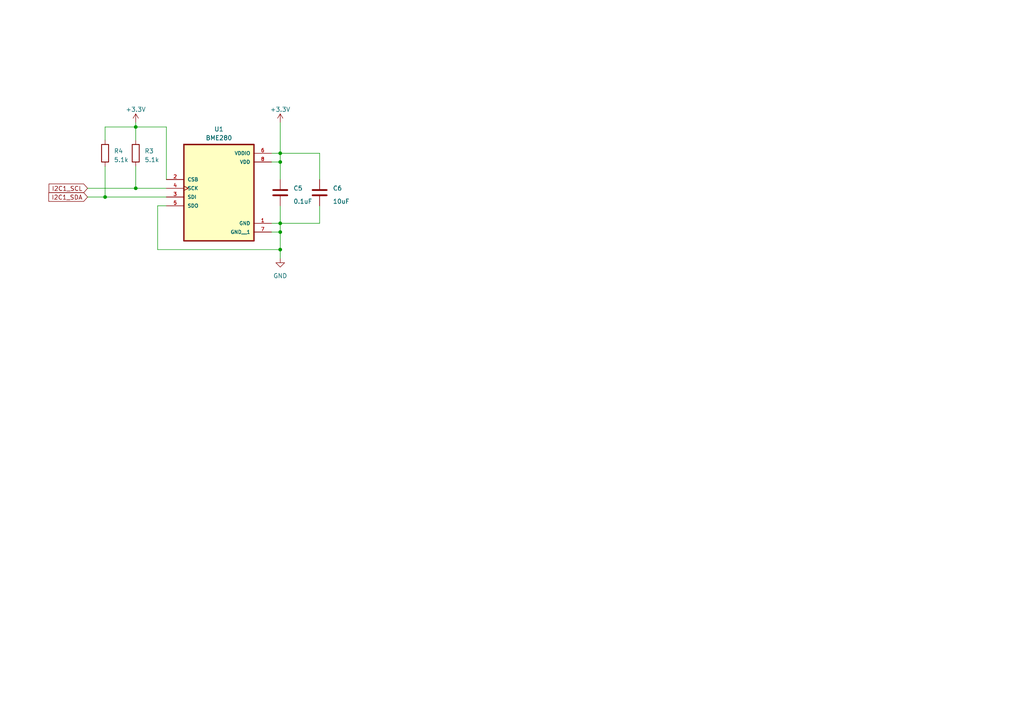
<source format=kicad_sch>
(kicad_sch (version 20230121) (generator eeschema)
  (paper "A4")
  (lib_symbols
    (symbol "Device:C" (pin_numbers hide) (pin_names (offset 0.254))
      (property "Reference" "C" (at 0.635 2.54 0))
      (property "Value" "C" (at 0.635 -2.54 0))
      (symbol "C_0_1"
        (polyline (pts (xy -2.032 -0.762) (xy 2.032 -0.762)) (stroke (width 0.508)))
        (polyline (pts (xy -2.032 0.762) (xy 2.032 0.762)) (stroke (width 0.508)))
      )
      (symbol "C_1_1"
        (pin passive line (at 0 3.81 270) (length 2.794) (name "~") (number "1"))
        (pin passive line (at 0 -3.81 90) (length 2.794) (name "~") (number "2"))
      )
    )
    (symbol "Device:R" (pin_numbers hide) (pin_names (offset 0))
      (property "Reference" "R" (at 2.032 0 90))
      (property "Value" "R" (at 0 0 90))
      (symbol "R_0_1"
        (rectangle (start -1.016 -2.54) (end 1.016 2.54) (stroke (width 0.254)))
      )
      (symbol "R_1_1"
        (pin passive line (at 0 3.81 270) (length 1.27) (name "~") (number "1"))
        (pin passive line (at 0 -3.81 90) (length 1.27) (name "~") (number "2"))
      )
    )
    (symbol "GS_Connector:BME280" (pin_names (offset 1.016))
      (property "Reference" "U" (at -10.1662 13.3431 0))
      (property "Value" "BME280" (at -10.1683 -17.7924 0))
      (symbol "BME280_0_0"
        (rectangle (start -10.16 -15.24) (end 10.16 12.7) (stroke (width 0.4064)) (fill (type background)))
        (pin power_in line (at 15.24 -10.16 180) (length 5.08) (name "GND") (number "1"))
        (pin input line (at -15.24 2.54 0) (length 5.08) (name "CSB") (number "2"))
        (pin bidirectional line (at -15.24 -2.54 0) (length 5.08) (name "SDI") (number "3"))
        (pin input clock (at -15.24 0 0) (length 5.08) (name "SCK") (number "4"))
        (pin bidirectional line (at -15.24 -5.08 0) (length 5.08) (name "SDO") (number "5"))
        (pin power_in line (at 15.24 10.16 180) (length 5.08) (name "VDDIO") (number "6"))
        (pin power_in line (at 15.24 -12.7 180) (length 5.08) (name "GND__1") (number "7"))
        (pin power_in line (at 15.24 7.62 180) (length 5.08) (name "VDD") (number "8"))
      )
    )
    (symbol "power:+3.3V" (power) (pin_names (offset 0))
      (property "Value" "+3.3V" (at 0 3.556 0))
      (symbol "+3.3V_0_1"
        (polyline (pts (xy -0.762 1.27) (xy 0 2.54)))
        (polyline (pts (xy 0 0) (xy 0 2.54)))
        (polyline (pts (xy 0 2.54) (xy 0.762 1.27)))
      )
      (symbol "+3.3V_1_1"
        (pin power_in line (at 0 0 90) (length 0) hide (name "+3.3V") (number "1"))
      )
    )
    (symbol "power:GND" (power) (pin_names (offset 0))
      (property "Value" "GND" (at 0 -3.81 0))
      (symbol "GND_0_1"
        (polyline (pts (xy 0 0) (xy 0 -1.27) (xy 1.27 -1.27) (xy 0 -2.54) (xy -1.27 -1.27) (xy 0 -1.27)))
      )
      (symbol "GND_1_1"
        (pin power_in line (at 0 0 270) (length 0) hide (name "GND") (number "1"))
      )
    )
  )
  (junction (at 30.48 57.15))
  (junction (at 81.28 44.45))
  (junction (at 81.28 46.99))
  (junction (at 81.28 67.31))
  (junction (at 39.37 36.83))
  (junction (at 81.28 72.39))
  (junction (at 39.37 54.61))
  (junction (at 81.28 64.77))
  (wire (pts (xy 78.74 46.99) (xy 81.28 46.99)))
  (wire (pts (xy 81.28 44.45) (xy 78.74 44.45)))
  (wire (pts (xy 39.37 36.83) (xy 39.37 40.64)))
  (wire (pts (xy 48.26 59.69) (xy 45.72 59.69)))
  (wire (pts (xy 30.48 36.83) (xy 39.37 36.83)))
  (wire (pts (xy 25.4 54.61) (xy 39.37 54.61)))
  (wire (pts (xy 92.71 44.45) (xy 81.28 44.45)))
  (wire (pts (xy 39.37 35.56) (xy 39.37 36.83)))
  (wire (pts (xy 81.28 64.77) (xy 81.28 67.31)))
  (wire (pts (xy 45.72 59.69) (xy 45.72 72.39)))
  (wire (pts (xy 30.48 48.26) (xy 30.48 57.15)))
  (wire (pts (xy 92.71 59.69) (xy 92.71 64.77)))
  (wire (pts (xy 81.28 35.56) (xy 81.28 44.45)))
  (wire (pts (xy 25.4 57.15) (xy 30.48 57.15)))
  (wire (pts (xy 92.71 52.07) (xy 92.71 44.45)))
  (wire (pts (xy 39.37 54.61) (xy 39.37 48.26)))
  (wire (pts (xy 45.72 72.39) (xy 81.28 72.39)))
  (wire (pts (xy 81.28 67.31) (xy 81.28 72.39)))
  (wire (pts (xy 48.26 54.61) (xy 39.37 54.61)))
  (wire (pts (xy 48.26 36.83) (xy 39.37 36.83)))
  (wire (pts (xy 81.28 59.69) (xy 81.28 64.77)))
  (wire (pts (xy 78.74 67.31) (xy 81.28 67.31)))
  (wire (pts (xy 92.71 64.77) (xy 81.28 64.77)))
  (wire (pts (xy 81.28 46.99) (xy 81.28 52.07)))
  (wire (pts (xy 30.48 57.15) (xy 48.26 57.15)))
  (wire (pts (xy 81.28 72.39) (xy 81.28 74.93)))
  (wire (pts (xy 78.74 64.77) (xy 81.28 64.77)))
  (wire (pts (xy 81.28 46.99) (xy 81.28 44.45)))
  (wire (pts (xy 48.26 52.07) (xy 48.26 36.83)))
  (wire (pts (xy 30.48 40.64) (xy 30.48 36.83)))
  (global_label "I2C1_SCL" (shape input) (at 25.4 54.61 180) (property "Intersheetrefs" "${INTERSHEET_REFS}" (effects hide)))
  (global_label "I2C1_SDA" (shape input) (at 25.4 57.15 180) (property "Intersheetrefs" "${INTERSHEET_REFS}" (effects hide)))
  (symbol (lib_id "power:+3.3V") (at 81.28 35.56 0) (unit 1)
    (property "Reference" "#PWR016" (effects hide))
    (property "Value" "+3.3V" (at 81.28 31.75 0))
    (instances (project "SHM_V1.0" (path "" (reference "#PWR016") (unit 1)) (path "" (reference "#PWR017") (unit 1))))
  )
  (symbol (lib_id "power:GND") (at 81.28 74.93 0) (unit 1)
    (property "Reference" "#PWR017" (effects hide))
    (property "Value" "GND" (at 81.28 80.01 0))
    (instances (project "SHM_V1.0" (path "" (reference "#PWR017") (unit 1)) (path "" (reference "#PWR020") (unit 1))))
  )
  (symbol (lib_id "power:+3.3V") (at 39.37 35.56 0) (unit 1)
    (property "Reference" "#PWR020" (effects hide))
    (property "Value" "+3.3V" (at 39.37 31.75 0))
    (instances (project "SHM_V1.0" (path "" (reference "#PWR020") (unit 1)) (path "" (reference "#PWR016") (unit 1))))
  )
  (symbol (lib_id "Device:R") (at 30.48 44.45 180) (unit 1)
    (property "Reference" "R4" (at 33.02 43.815 0) (effects (justify right)))
    (property "Value" "5.1k" (at 33.02 46.355 0) (effects (justify right)))
    (property "Footprint" "Resistor_SMD:R_0402_1005Metric_Pad0.72x0.64mm_HandSolder" (effects hide))
    (instances (project "SHM_V1.0" (path "" (reference "R4") (unit 1)) (path "" (reference "R3") (unit 1))))
  )
  (symbol (lib_id "Device:C") (at 81.28 55.88 0) (unit 1)
    (property "Reference" "C5" (at 85.09 54.61 0) (effects (justify left)))
    (property "Value" "0.1uF" (at 85.09 58.42 0) (effects (justify left)))
    (property "Footprint" "Capacitor_SMD:C_0402_1005Metric_Pad0.74x0.62mm_HandSolder" (effects hide))
  )
  (symbol (lib_id "GS_Connector:BME280") (at 63.5 54.61 0) (unit 1)
    (property "Reference" "U1" (at 63.5 37.465 0))
    (property "Value" "BME280" (at 63.5 40.005 0))
    (property "Footprint" "GS_ICs:PSON65P250X250X100-8N" (effects hide))
    (property "MF" "Bosch" (effects hide))
    (property "DESCRIPTION" "Integrated pressure, humidity and temperature sensor; 8-pin 2.5x2.5x0.93mm LGA" (effects hide))
    (property "PACKAGE" "LGA-8 Bosch" (effects hide))
    (property "PRICE" "4.94 USD" (effects hide))
    (property "STANDARD" "IPC-7351B" (effects hide))
    (property "MP" "BME280" (effects hide))
    (property "AVAILABILITY" "Good" (effects hide))
  )
  (symbol (lib_id "Device:R") (at 39.37 44.45 180) (unit 1)
    (property "Reference" "R3" (at 41.91 43.815 0) (effects (justify right)))
    (property "Value" "5.1k" (at 41.91 46.355 0) (effects (justify right)))
    (property "Footprint" "Resistor_SMD:R_0402_1005Metric_Pad0.72x0.64mm_HandSolder" (effects hide))
    (instances (project "SHM_V1.0" (path "" (reference "R3") (unit 1)) (path "" (reference "R4") (unit 1))))
  )
  (symbol (lib_id "Device:C") (at 92.71 55.88 0) (unit 1)
    (property "Reference" "C6" (at 96.52 54.61 0) (effects (justify left)))
    (property "Value" "10uF" (at 96.52 58.42 0) (effects (justify left)))
    (property "Footprint" "Capacitor_SMD:C_0402_1005Metric_Pad0.74x0.62mm_HandSolder" (effects hide))
  )
)
</source>
